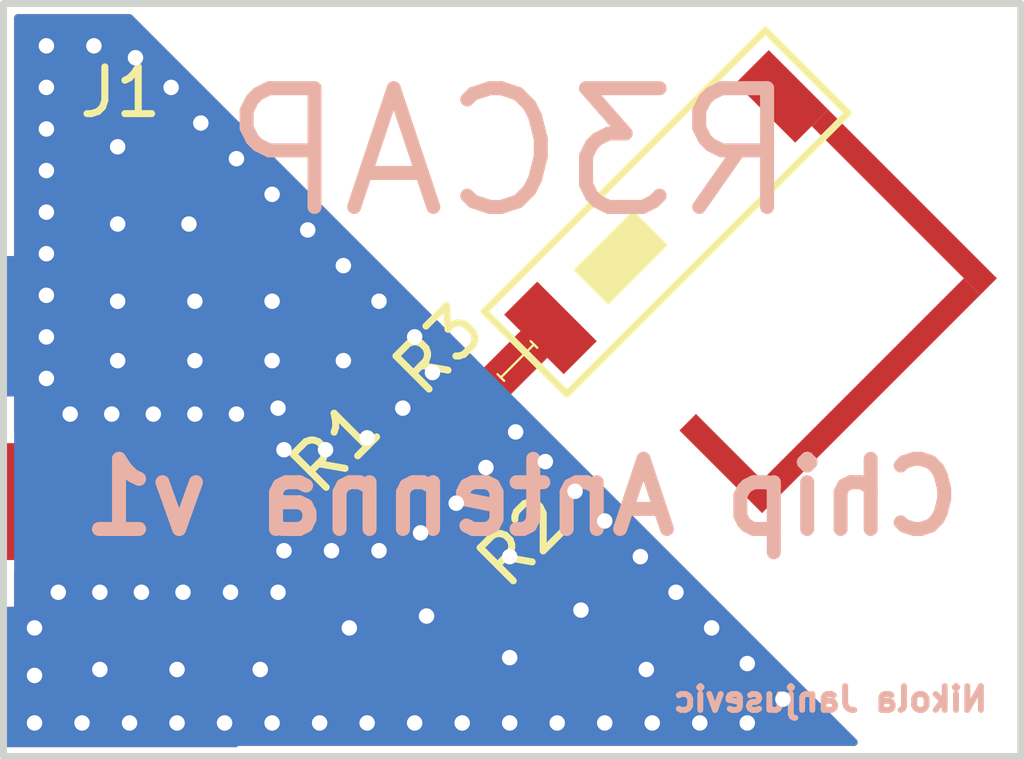
<source format=kicad_pcb>
(kicad_pcb (version 20171130) (host pcbnew 5.0.2-bee76a0~70~ubuntu16.04.1)

  (general
    (thickness 1.6)
    (drawings 7)
    (tracks 93)
    (zones 0)
    (modules 5)
    (nets 4)
  )

  (page A4)
  (layers
    (0 F.Cu signal)
    (31 B.Cu signal)
    (32 B.Adhes user)
    (33 F.Adhes user)
    (34 B.Paste user)
    (35 F.Paste user)
    (36 B.SilkS user)
    (37 F.SilkS user)
    (38 B.Mask user)
    (39 F.Mask user)
    (40 Dwgs.User user)
    (41 Cmts.User user)
    (42 Eco1.User user)
    (43 Eco2.User user)
    (44 Edge.Cuts user)
    (45 Margin user)
    (46 B.CrtYd user hide)
    (47 F.CrtYd user)
    (48 B.Fab user hide)
    (49 F.Fab user hide)
  )

  (setup
    (last_trace_width 0.8128)
    (user_trace_width 0.1524)
    (user_trace_width 0.254)
    (user_trace_width 0.381)
    (user_trace_width 0.4572)
    (user_trace_width 0.8128)
    (trace_clearance 0.1524)
    (zone_clearance 0.03)
    (zone_45_only no)
    (trace_min 0.1524)
    (segment_width 0.15)
    (edge_width 0.15)
    (via_size 0.6858)
    (via_drill 0.3302)
    (via_min_size 0.508)
    (via_min_drill 0.254)
    (uvia_size 0.6858)
    (uvia_drill 0.3302)
    (uvias_allowed no)
    (uvia_min_size 0.2)
    (uvia_min_drill 0.1)
    (pcb_text_width 0.3)
    (pcb_text_size 1.5 1.5)
    (mod_edge_width 0.15)
    (mod_text_size 1 1)
    (mod_text_width 0.15)
    (pad_size 1 1.8)
    (pad_drill 0)
    (pad_to_mask_clearance 0.0508)
    (aux_axis_origin 0 0)
    (visible_elements FFFFFF7F)
    (pcbplotparams
      (layerselection 0x010f0_ffffffff)
      (usegerberextensions true)
      (usegerberattributes false)
      (usegerberadvancedattributes false)
      (creategerberjobfile false)
      (excludeedgelayer true)
      (linewidth 0.100000)
      (plotframeref false)
      (viasonmask false)
      (mode 1)
      (useauxorigin false)
      (hpglpennumber 1)
      (hpglpenspeed 20)
      (hpglpendiameter 15.000000)
      (psnegative false)
      (psa4output false)
      (plotreference true)
      (plotvalue true)
      (plotinvisibletext false)
      (padsonsilk false)
      (subtractmaskfromsilk false)
      (outputformat 1)
      (mirror false)
      (drillshape 0)
      (scaleselection 1)
      (outputdirectory ""))
  )

  (net 0 "")
  (net 1 "Net-(AE1-Pad1)")
  (net 2 "Net-(J1-Pad1)")
  (net 3 GND)

  (net_class Default "This is the default net class."
    (clearance 0.1524)
    (trace_width 0.1524)
    (via_dia 0.6858)
    (via_drill 0.3302)
    (uvia_dia 0.6858)
    (uvia_drill 0.3302)
    (diff_pair_gap 0.1524)
    (diff_pair_width 0.1524)
    (add_net GND)
    (add_net "Net-(AE1-Pad1)")
    (add_net "Net-(J1-Pad1)")
  )

  (module footprints:SMA-EDGE-16 (layer F.Cu) (tedit 5C743A89) (tstamp 5CB027B7)
    (at 163 69.9 180)
    (path /5C746049)
    (fp_text reference J1 (at 0 3.5 180) (layer F.SilkS)
      (effects (font (size 1 1) (thickness 0.15)))
    )
    (fp_text value SMA (at 0 -11.5 180) (layer F.Fab)
      (effects (font (size 1 1) (thickness 0.15)))
    )
    (pad 1 smd rect (at 0 -1.5 180) (size 5 3) (layers F.Cu F.Paste F.Mask)
      (net 3 GND))
    (pad 2 smd rect (at 0 -7.5 180) (size 5 3) (drill (offset 0 -1.5)) (layers F.Cu F.Paste F.Mask)
      (net 3 GND))
    (pad 3 smd rect (at 0 0 180) (size 5 3) (drill (offset 0 -1.5)) (layers B.Cu B.Paste B.Mask)
      (net 3 GND))
    (pad 4 smd rect (at 0 -7.5 180) (size 5 3) (drill (offset 0 -1.5)) (layers B.Cu B.Paste B.Mask)
      (net 3 GND))
    (pad 5 smd rect (at 0 -5.25 180) (size 5 2.5) (layers F.Cu F.Paste F.Mask)
      (net 2 "Net-(J1-Pad1)"))
  )

  (module footprints:0915AT43A0026 (layer F.Cu) (tedit 5C7434F2) (tstamp 5CB0326F)
    (at 172.194774 71.435911 45)
    (path /5C7458F3)
    (fp_text reference AE1 (at 3.5 -2.3 45) (layer F.SilkS) hide
      (effects (font (size 1 1) (thickness 0.15)))
    )
    (fp_text value Antenna_Chip (at 3.181981 -2.474874 45) (layer F.Fab)
      (effects (font (size 1 1) (thickness 0.15)))
    )
    (fp_line (start -0.75 -1.25) (end 7.75 -1.25) (layer F.SilkS) (width 0.15))
    (fp_line (start 7.75 -1.25) (end 7.75 1.25) (layer F.SilkS) (width 0.15))
    (fp_line (start 7.75 1.25) (end -0.75 1.25) (layer F.SilkS) (width 0.15))
    (fp_line (start -0.75 1.25) (end -0.75 -1.25) (layer F.SilkS) (width 0.15))
    (fp_line (start -0.75 -1.25) (end -0.75 -1) (layer F.SilkS) (width 0.15))
    (fp_poly (pts (xy 1.25 -0.5) (xy 1.25 0.5) (xy 3 0.5) (xy 3 -0.5)) (layer F.SilkS) (width 0.0508))
    (fp_poly (pts (xy 7 0.9) (xy 7.5 0.9) (xy 7.5 6) (xy 7 6)) (layer F.Cu) (width 0.00001))
    (fp_poly (pts (xy 7 6) (xy 7 5.5) (xy 0.4 5.5) (xy 0.4 6)) (layer F.Cu) (width 0.00001))
    (fp_poly (pts (xy 0.4 3.5) (xy 0.4 5.5) (xy 0.9 5.5) (xy 0.9 3.5)) (layer F.Cu) (width 0.00001))
    (fp_line (start -0.5 0) (end -1.5 0) (layer F.SilkS) (width 0.05))
    (fp_line (start -1.5 -0.1) (end -1.5 0.1) (layer F.SilkS) (width 0.05))
    (fp_line (start -0.5 -0.1) (end -0.5 0.1) (layer F.SilkS) (width 0.05))
    (pad 1 smd rect (at 0 0 45) (size 1 1.8) (layers F.Cu F.Paste F.Mask)
      (net 1 "Net-(AE1-Pad1)"))
    (pad 2 smd rect (at 7 0 45) (size 1 1.8) (layers F.Cu F.Paste F.Mask))
  )

  (module Resistor_SMD:R_0402_1005Metric (layer F.Cu) (tedit 5B301BBD) (tstamp 5CB032E7)
    (at 168.871372 75.46642 315)
    (descr "Resistor SMD 0402 (1005 Metric), square (rectangular) end terminal, IPC_7351 nominal, (Body size source: http://www.tortai-tech.com/upload/download/2011102023233369053.pdf), generated with kicad-footprint-generator")
    (tags resistor)
    (path /5C7464CC)
    (attr smd)
    (fp_text reference R1 (at -1.935911 -0.13792 45) (layer F.SilkS)
      (effects (font (size 1 1) (thickness 0.15)))
    )
    (fp_text value LC (at 0 1.17 315) (layer F.Fab)
      (effects (font (size 1 1) (thickness 0.15)))
    )
    (fp_line (start -0.5 0.25) (end -0.5 -0.25) (layer F.Fab) (width 0.1))
    (fp_line (start -0.5 -0.25) (end 0.5 -0.25) (layer F.Fab) (width 0.1))
    (fp_line (start 0.5 -0.25) (end 0.5 0.25) (layer F.Fab) (width 0.1))
    (fp_line (start 0.5 0.25) (end -0.5 0.25) (layer F.Fab) (width 0.1))
    (fp_line (start -0.93 0.47) (end -0.93 -0.47) (layer F.CrtYd) (width 0.05))
    (fp_line (start -0.93 -0.47) (end 0.93 -0.47) (layer F.CrtYd) (width 0.05))
    (fp_line (start 0.93 -0.47) (end 0.93 0.47) (layer F.CrtYd) (width 0.05))
    (fp_line (start 0.93 0.47) (end -0.93 0.47) (layer F.CrtYd) (width 0.05))
    (fp_text user %R (at 0 0 315) (layer F.Fab)
      (effects (font (size 0.25 0.25) (thickness 0.04)))
    )
    (pad 1 smd roundrect (at -0.485 0 315) (size 0.59 0.64) (layers F.Cu F.Paste F.Mask) (roundrect_rratio 0.25)
      (net 2 "Net-(J1-Pad1)"))
    (pad 2 smd roundrect (at 0.485 0 315) (size 0.59 0.64) (layers F.Cu F.Paste F.Mask) (roundrect_rratio 0.25)
      (net 3 GND))
    (model ${KISYS3DMOD}/Resistor_SMD.3dshapes/R_0402_1005Metric.wrl
      (at (xyz 0 0 0))
      (scale (xyz 1 1 1))
      (rotate (xyz 0 0 0))
    )
  )

  (module Resistor_SMD:R_0402_1005Metric (layer F.Cu) (tedit 5B301BBD) (tstamp 5CB03293)
    (at 169.64919 73.981496 225)
    (descr "Resistor SMD 0402 (1005 Metric), square (rectangular) end terminal, IPC_7351 nominal, (Body size source: http://www.tortai-tech.com/upload/download/2011102023233369053.pdf), generated with kicad-footprint-generator")
    (tags resistor)
    (path /5C7465BC)
    (attr smd)
    (fp_text reference R2 (at 0.047867 -2.806729 225) (layer F.SilkS)
      (effects (font (size 1 1) (thickness 0.15)))
    )
    (fp_text value LC (at 0 1.17 225) (layer F.Fab)
      (effects (font (size 1 1) (thickness 0.15)))
    )
    (fp_line (start -0.5 0.25) (end -0.5 -0.25) (layer F.Fab) (width 0.1))
    (fp_line (start -0.5 -0.25) (end 0.5 -0.25) (layer F.Fab) (width 0.1))
    (fp_line (start 0.5 -0.25) (end 0.5 0.25) (layer F.Fab) (width 0.1))
    (fp_line (start 0.5 0.25) (end -0.5 0.25) (layer F.Fab) (width 0.1))
    (fp_line (start -0.93 0.47) (end -0.93 -0.47) (layer F.CrtYd) (width 0.05))
    (fp_line (start -0.93 -0.47) (end 0.93 -0.47) (layer F.CrtYd) (width 0.05))
    (fp_line (start 0.93 -0.47) (end 0.93 0.47) (layer F.CrtYd) (width 0.05))
    (fp_line (start 0.93 0.47) (end -0.93 0.47) (layer F.CrtYd) (width 0.05))
    (fp_text user %R (at 0 0 225) (layer F.Fab)
      (effects (font (size 0.25 0.25) (thickness 0.04)))
    )
    (pad 1 smd roundrect (at -0.485 0 225) (size 0.59 0.64) (layers F.Cu F.Paste F.Mask) (roundrect_rratio 0.25)
      (net 1 "Net-(AE1-Pad1)"))
    (pad 2 smd roundrect (at 0.485 0 225) (size 0.59 0.64) (layers F.Cu F.Paste F.Mask) (roundrect_rratio 0.25)
      (net 2 "Net-(J1-Pad1)"))
    (model ${KISYS3DMOD}/Resistor_SMD.3dshapes/R_0402_1005Metric.wrl
      (at (xyz 0 0 0))
      (scale (xyz 1 1 1))
      (rotate (xyz 0 0 0))
    )
  )

  (module Resistor_SMD:R_0402_1005Metric (layer F.Cu) (tedit 5B301BBD) (tstamp 5CB03782)
    (at 171.134114 73.203678 315)
    (descr "Resistor SMD 0402 (1005 Metric), square (rectangular) end terminal, IPC_7351 nominal, (Body size source: http://www.tortai-tech.com/upload/download/2011102023233369053.pdf), generated with kicad-footprint-generator")
    (tags resistor)
    (path /5C746594)
    (attr smd)
    (fp_text reference R3 (at -1.865201 0.021522 45) (layer F.SilkS)
      (effects (font (size 1 1) (thickness 0.15)))
    )
    (fp_text value LC (at 0 1.17 315) (layer F.Fab)
      (effects (font (size 1 1) (thickness 0.15)))
    )
    (fp_text user %R (at 0 0 315) (layer F.Fab)
      (effects (font (size 0.25 0.25) (thickness 0.04)))
    )
    (fp_line (start 0.93 0.47) (end -0.93 0.47) (layer F.CrtYd) (width 0.05))
    (fp_line (start 0.93 -0.47) (end 0.93 0.47) (layer F.CrtYd) (width 0.05))
    (fp_line (start -0.93 -0.47) (end 0.93 -0.47) (layer F.CrtYd) (width 0.05))
    (fp_line (start -0.93 0.47) (end -0.93 -0.47) (layer F.CrtYd) (width 0.05))
    (fp_line (start 0.5 0.25) (end -0.5 0.25) (layer F.Fab) (width 0.1))
    (fp_line (start 0.5 -0.25) (end 0.5 0.25) (layer F.Fab) (width 0.1))
    (fp_line (start -0.5 -0.25) (end 0.5 -0.25) (layer F.Fab) (width 0.1))
    (fp_line (start -0.5 0.25) (end -0.5 -0.25) (layer F.Fab) (width 0.1))
    (pad 2 smd roundrect (at 0.485 0 315) (size 0.59 0.64) (layers F.Cu F.Paste F.Mask) (roundrect_rratio 0.25)
      (net 3 GND))
    (pad 1 smd roundrect (at -0.485 0 315) (size 0.59 0.64) (layers F.Cu F.Paste F.Mask) (roundrect_rratio 0.25)
      (net 1 "Net-(AE1-Pad1)"))
    (model ${KISYS3DMOD}/Resistor_SMD.3dshapes/R_0402_1005Metric.wrl
      (at (xyz 0 0 0))
      (scale (xyz 1 1 1))
      (rotate (xyz 0 0 0))
    )
  )

  (gr_text "Nikola Janjusevic" (at 178.181 79.375) (layer B.SilkS)
    (effects (font (size 0.508 0.508) (thickness 0.127)) (justify mirror))
  )
  (gr_text "Chip Antenna v1" (at 171.577 75.057) (layer B.SilkS)
    (effects (font (size 1.5 1.5) (thickness 0.3)) (justify mirror))
  )
  (gr_text "R3CAP\n" (at 171.323 67.691) (layer B.SilkS)
    (effects (font (size 2.54 2.54) (thickness 0.3)) (justify mirror))
  )
  (gr_line (start 160.5 64.5) (end 160.5 80.6) (layer Edge.Cuts) (width 0.15) (tstamp 5CB03BB9))
  (gr_line (start 160.5 64.5) (end 182.25 64.5) (layer Edge.Cuts) (width 0.15) (tstamp 5CB03BB5))
  (gr_line (start 160.5 80.6) (end 182.25 80.6) (layer Edge.Cuts) (width 0.15))
  (gr_line (start 182.25 64.5) (end 182.25 80.6) (layer Edge.Cuts) (width 0.15))

  (via (at 164.211 78.74) (size 0.6858) (drill 0.3302) (layers F.Cu B.Cu) (net 3))
  (via (at 162.56 78.74) (size 0.6858) (drill 0.3302) (layers F.Cu B.Cu) (net 3))
  (via (at 164.592 72.136) (size 0.6858) (drill 0.3302) (layers F.Cu B.Cu) (net 3))
  (via (at 162.941 72.136) (size 0.6858) (drill 0.3302) (layers F.Cu B.Cu) (net 3))
  (via (at 164.592 70.866) (size 0.6858) (drill 0.3302) (layers F.Cu B.Cu) (net 3))
  (via (at 162.941 70.866) (size 0.6858) (drill 0.3302) (layers F.Cu B.Cu) (net 3))
  (via (at 161.417 72.517) (size 0.6858) (drill 0.3302) (layers F.Cu B.Cu) (net 3))
  (via (at 161.417 71.628) (size 0.6858) (drill 0.3302) (layers F.Cu B.Cu) (net 3))
  (via (at 161.417 70.739) (size 0.6858) (drill 0.3302) (layers F.Cu B.Cu) (net 3))
  (via (at 169.418 75.819) (size 0.6858) (drill 0.3302) (layers F.Cu B.Cu) (net 3))
  (via (at 161.163 77.851) (size 0.6858) (drill 0.3302) (layers F.Cu B.Cu) (net 3))
  (via (at 161.163 78.867) (size 0.6858) (drill 0.3302) (layers F.Cu B.Cu) (net 3))
  (via (at 161.163 79.883) (size 0.6858) (drill 0.3302) (layers F.Cu B.Cu) (net 3))
  (via (at 162.179 79.883) (size 0.6858) (drill 0.3302) (layers F.Cu B.Cu) (net 3))
  (via (at 163.195 79.883) (size 0.6858) (drill 0.3302) (layers F.Cu B.Cu) (net 3))
  (via (at 164.211 79.883) (size 0.6858) (drill 0.3302) (layers F.Cu B.Cu) (net 3))
  (via (at 165.227 79.883) (size 0.6858) (drill 0.3302) (layers F.Cu B.Cu) (net 3))
  (segment (start 169.992136 73.638549) (end 172.194774 71.435911) (width 0.8128) (layer F.Cu) (net 1))
  (segment (start 169.306243 74.345656) (end 169.306243 74.324443) (width 0.8128) (layer F.Cu) (net 2))
  (segment (start 168.528425 75.123473) (end 169.306243 74.345656) (width 0.8128) (layer F.Cu) (net 2))
  (segment (start 163.026527 75.123473) (end 163 75.15) (width 0.8128) (layer F.Cu) (net 2))
  (segment (start 168.528425 75.123473) (end 163.026527 75.123473) (width 0.8128) (layer F.Cu) (net 2))
  (via (at 171.45 73.66) (size 0.6858) (drill 0.3302) (layers F.Cu B.Cu) (net 3))
  (via (at 172.085 74.295) (size 0.6858) (drill 0.3302) (layers F.Cu B.Cu) (net 3))
  (via (at 172.72 74.93) (size 0.6858) (drill 0.3302) (layers F.Cu B.Cu) (net 3))
  (via (at 173.355 75.565) (size 0.6858) (drill 0.3302) (layers F.Cu B.Cu) (net 3))
  (via (at 174.117 76.327) (size 0.6858) (drill 0.3302) (layers F.Cu B.Cu) (net 3))
  (via (at 174.879 77.089) (size 0.6858) (drill 0.3302) (layers F.Cu B.Cu) (net 3))
  (via (at 175.641 77.851) (size 0.6858) (drill 0.3302) (layers F.Cu B.Cu) (net 3))
  (via (at 176.403 78.613) (size 0.6858) (drill 0.3302) (layers F.Cu B.Cu) (net 3))
  (via (at 177.165 79.375) (size 0.6858) (drill 0.3302) (layers F.Cu B.Cu) (net 3))
  (via (at 176.403 79.883) (size 0.6858) (drill 0.3302) (layers F.Cu B.Cu) (net 3))
  (via (at 175.387 79.883) (size 0.6858) (drill 0.3302) (layers F.Cu B.Cu) (net 3))
  (via (at 174.371 79.883) (size 0.6858) (drill 0.3302) (layers F.Cu B.Cu) (net 3))
  (via (at 173.355 79.883) (size 0.6858) (drill 0.3302) (layers F.Cu B.Cu) (net 3))
  (via (at 172.339 79.883) (size 0.6858) (drill 0.3302) (layers F.Cu B.Cu) (net 3))
  (via (at 171.323 79.883) (size 0.6858) (drill 0.3302) (layers F.Cu B.Cu) (net 3))
  (via (at 170.307 79.883) (size 0.6858) (drill 0.3302) (layers F.Cu B.Cu) (net 3))
  (via (at 169.291 79.883) (size 0.6858) (drill 0.3302) (layers F.Cu B.Cu) (net 3))
  (via (at 168.275 79.883) (size 0.6858) (drill 0.3302) (layers F.Cu B.Cu) (net 3))
  (via (at 167.259 79.883) (size 0.6858) (drill 0.3302) (layers F.Cu B.Cu) (net 3))
  (via (at 166.243 79.883) (size 0.6858) (drill 0.3302) (layers F.Cu B.Cu) (net 3))
  (via (at 161.417 65.405) (size 0.6858) (drill 0.3302) (layers F.Cu B.Cu) (net 3))
  (via (at 162.433 65.405) (size 0.6858) (drill 0.3302) (layers F.Cu B.Cu) (net 3))
  (via (at 163.322 65.659) (size 0.6858) (drill 0.3302) (layers F.Cu B.Cu) (net 3))
  (via (at 164.084 66.294) (size 0.6858) (drill 0.3302) (layers F.Cu B.Cu) (net 3))
  (via (at 164.719 67.056) (size 0.6858) (drill 0.3302) (layers F.Cu B.Cu) (net 3))
  (via (at 165.481 67.818) (size 0.6858) (drill 0.3302) (layers F.Cu B.Cu) (net 3))
  (via (at 166.243 68.58) (size 0.6858) (drill 0.3302) (layers F.Cu B.Cu) (net 3))
  (via (at 167.005 69.342) (size 0.6858) (drill 0.3302) (layers F.Cu B.Cu) (net 3))
  (via (at 167.767 70.104) (size 0.6858) (drill 0.3302) (layers F.Cu B.Cu) (net 3))
  (via (at 168.529 70.866) (size 0.6858) (drill 0.3302) (layers F.Cu B.Cu) (net 3))
  (via (at 169.291 71.628) (size 0.6858) (drill 0.3302) (layers F.Cu B.Cu) (net 3))
  (via (at 169.672 72.39) (size 0.6858) (drill 0.3302) (layers F.Cu B.Cu) (net 3))
  (via (at 169.037 73.152) (size 0.6858) (drill 0.3302) (layers F.Cu B.Cu) (net 3))
  (via (at 168.275 73.787) (size 0.6858) (drill 0.3302) (layers F.Cu B.Cu) (net 3))
  (via (at 167.386 74.041) (size 0.6858) (drill 0.3302) (layers F.Cu B.Cu) (net 3))
  (via (at 166.497 74.041) (size 0.6858) (drill 0.3302) (layers F.Cu B.Cu) (net 3))
  (via (at 170.815 74.422) (size 0.6858) (drill 0.3302) (layers F.Cu B.Cu) (net 3))
  (via (at 170.18 75.184) (size 0.6858) (drill 0.3302) (layers F.Cu B.Cu) (net 3))
  (via (at 168.529 76.2) (size 0.6858) (drill 0.3302) (layers F.Cu B.Cu) (net 3))
  (via (at 167.513 76.2) (size 0.6858) (drill 0.3302) (layers F.Cu B.Cu) (net 3))
  (via (at 166.497 76.2) (size 0.6858) (drill 0.3302) (layers F.Cu B.Cu) (net 3))
  (via (at 161.671 77.089) (size 0.6858) (drill 0.3302) (layers F.Cu B.Cu) (net 3))
  (via (at 162.56 77.089) (size 0.6858) (drill 0.3302) (layers F.Cu B.Cu) (net 3))
  (via (at 163.449 77.089) (size 0.6858) (drill 0.3302) (layers F.Cu B.Cu) (net 3))
  (via (at 164.338 77.089) (size 0.6858) (drill 0.3302) (layers F.Cu B.Cu) (net 3))
  (via (at 165.354 77.089) (size 0.6858) (drill 0.3302) (layers F.Cu B.Cu) (net 3))
  (via (at 166.37 77.089) (size 0.6858) (drill 0.3302) (layers F.Cu B.Cu) (net 3))
  (via (at 161.417 66.294) (size 0.6858) (drill 0.3302) (layers F.Cu B.Cu) (net 3))
  (via (at 161.417 67.183) (size 0.6858) (drill 0.3302) (layers F.Cu B.Cu) (net 3))
  (via (at 161.417 68.072) (size 0.6858) (drill 0.3302) (layers F.Cu B.Cu) (net 3))
  (via (at 161.417 68.961) (size 0.6858) (drill 0.3302) (layers F.Cu B.Cu) (net 3))
  (via (at 161.417 69.85) (size 0.6858) (drill 0.3302) (layers F.Cu B.Cu) (net 3))
  (via (at 161.925 73.279) (size 0.6858) (drill 0.3302) (layers F.Cu B.Cu) (net 3))
  (via (at 162.814 73.279) (size 0.6858) (drill 0.3302) (layers F.Cu B.Cu) (net 3))
  (via (at 163.703 73.279) (size 0.6858) (drill 0.3302) (layers F.Cu B.Cu) (net 3))
  (via (at 164.592 73.279) (size 0.6858) (drill 0.3302) (layers F.Cu B.Cu) (net 3))
  (via (at 165.481 73.279) (size 0.6858) (drill 0.3302) (layers F.Cu B.Cu) (net 3))
  (via (at 166.37 73.152) (size 0.6858) (drill 0.3302) (layers F.Cu B.Cu) (net 3))
  (via (at 162.941 67.564) (size 0.6858) (drill 0.3302) (layers F.Cu B.Cu) (net 3))
  (via (at 162.941 69.215) (size 0.6858) (drill 0.3302) (layers F.Cu B.Cu) (net 3))
  (via (at 164.465 69.215) (size 0.6858) (drill 0.3302) (layers F.Cu B.Cu) (net 3))
  (via (at 166.243 70.866) (size 0.6858) (drill 0.3302) (layers F.Cu B.Cu) (net 3))
  (via (at 166.243 72.136) (size 0.6858) (drill 0.3302) (layers F.Cu B.Cu) (net 3))
  (via (at 167.767 72.136) (size 0.6858) (drill 0.3302) (layers F.Cu B.Cu) (net 3))
  (via (at 165.989 78.74) (size 0.6858) (drill 0.3302) (layers F.Cu B.Cu) (net 3))
  (via (at 167.894 77.851) (size 0.6858) (drill 0.3302) (layers F.Cu B.Cu) (net 3))
  (via (at 169.545 77.597) (size 0.6858) (drill 0.3302) (layers F.Cu B.Cu) (net 3))
  (via (at 171.323 76.327) (size 0.6858) (drill 0.3302) (layers F.Cu B.Cu) (net 3))
  (via (at 172.847 77.47) (size 0.6858) (drill 0.3302) (layers F.Cu B.Cu) (net 3))
  (via (at 174.244 78.74) (size 0.6858) (drill 0.3302) (layers F.Cu B.Cu) (net 3))
  (via (at 171.323 78.486) (size 0.6858) (drill 0.3302) (layers F.Cu B.Cu) (net 3))

  (zone (net 3) (net_name GND) (layer F.Cu) (tstamp 5CB03C6E) (hatch edge 0.508)
    (connect_pads yes (clearance 0.1524))
    (min_thickness 0.1524)
    (fill yes (arc_segments 16) (thermal_gap 0.508) (thermal_bridge_width 0.508))
    (polygon
      (pts
        (xy 160.5 64.5) (xy 163 64.5) (xy 179.1 80.6) (xy 160.6 80.6)
      )
    )
    (filled_polygon
      (pts
        (xy 178.688636 80.2964) (xy 160.8036 80.2964) (xy 160.8036 76.633078) (xy 165.5 76.633078) (xy 165.589195 76.615336)
        (xy 165.664811 76.564811) (xy 165.715336 76.489195) (xy 165.733078 76.4) (xy 165.733078 75.758473) (xy 168.465888 75.758473)
        (xy 168.528425 75.770912) (xy 168.590962 75.758473) (xy 168.590966 75.758473) (xy 168.77619 75.72163) (xy 168.986234 75.581282)
        (xy 169.021661 75.528262) (xy 169.711032 74.838892) (xy 169.764052 74.803465) (xy 169.9044 74.593421) (xy 169.941243 74.408197)
        (xy 169.941243 74.408192) (xy 169.953682 74.345657) (xy 169.941243 74.28312) (xy 169.941243 74.275865) (xy 169.992136 74.285988)
        (xy 170.2399 74.236706) (xy 170.396925 74.131784) (xy 171.460473 73.068237)
      )
    )
    (filled_polygon
      (pts
        (xy 170.562448 72.170212) (xy 169.498901 73.23376) (xy 169.393979 73.390785) (xy 169.344697 73.638549) (xy 169.354245 73.686551)
        (xy 169.306243 73.677003) (xy 169.058479 73.726286) (xy 168.848435 73.866634) (xy 168.770293 73.98358) (xy 168.265401 74.488473)
        (xy 165.733078 74.488473) (xy 165.733078 73.9) (xy 165.715336 73.810805) (xy 165.664811 73.735189) (xy 165.589195 73.684664)
        (xy 165.5 73.666922) (xy 160.8036 73.666922) (xy 160.8036 64.8036) (xy 163.195836 64.8036)
      )
    )
  )
  (zone (net 3) (net_name GND) (layer B.Cu) (tstamp 5CB03C6B) (hatch edge 0.508)
    (connect_pads yes (clearance 0.1524))
    (min_thickness 0.1524)
    (fill yes (arc_segments 16) (thermal_gap 0.508) (thermal_bridge_width 0.508))
    (polygon
      (pts
        (xy 160.5 64.5) (xy 163 64.5) (xy 179.1 80.6) (xy 160.5 80.6)
      )
    )
    (filled_polygon
      (pts
        (xy 178.688636 80.2964) (xy 160.8036 80.2964) (xy 160.8036 64.8036) (xy 163.195836 64.8036)
      )
    )
  )
)

</source>
